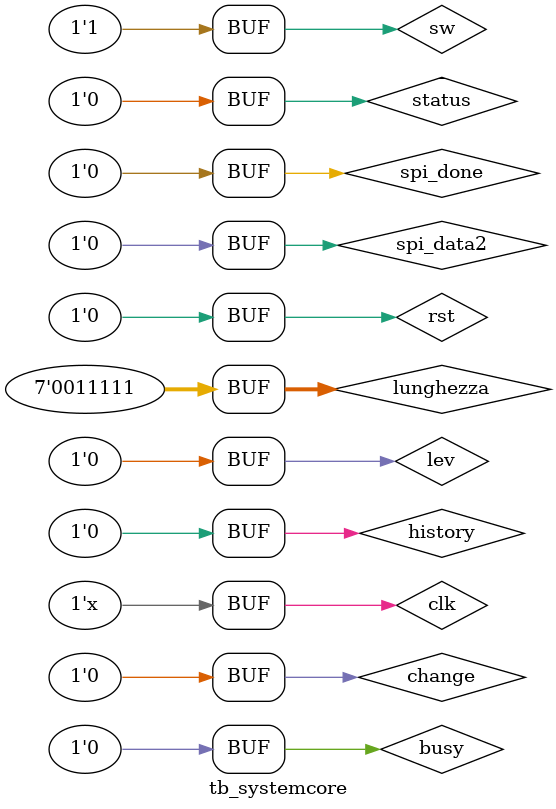
<source format=v>
`timescale 1ns / 1ps

module tb_systemcore;
parameter MAXLEV = 500, MAXB = 9, Nbit = 4, MAXD = 13, DATABITS =8;
parameter DATAB=8, DATAORE = 4, DATAL = 7, STAGE = 3, DATO = 2, DUMMY = 8, LEDB = 16;
parameter TT = 1, BITT= 1;

reg clk, rst;
reg history, change, status, lev , sw;
reg spi_data2;
reg spi_done, busy;
reg [DATAL-1:0] lunghezza;
//////////////////////////////////////
wire en_spi, cg,cf,ce,cd,cc,cb,ca, an3, an2, an1, an0,DV, transmit;
wire [2:0] data;
wire [LEDB-1:0] led;
wire [DATABITS-1:0] spi_data1;
wire [1:0] SS;
wire [MAXB-1:0] livello;
wire [DATAL-1:0] cntL;
wire [DATAORE-1:0]o_min, o_dmin, o_ore, o_dore;
wire[STAGE-1:0] stage;

System_Core #(MAXLEV,MAXB,Nbit,MAXD, DATABITS,DATAB, DATAORE,DATAL,STAGE,DATO,DUMMY, LEDB, TT, BITT) S1(
.clk(clk),.rst(rst),.busy(busy),.lunghezza(lunghezza),.change(change),.status(status),.history(history),.sw(sw),.spi_done(spi_done),.spi_data2(spi_data2),
.SS(SS),.DV(DV),.data(data),.en_spi(en_spi),.spi_data1(spi_data1),.led(led),.ca(ca),.cb(cb),.cc(cc),.cd(cd),.ce(ce),.cf(cf),.cg(cg),.an0(an0),.an1(an1),.an2(an2),.an3(an3),.livello(livello),
.transmit(transmit), .cntL(cntL),.o_min(o_min), .o_dmin(o_dmin), .o_ore(o_ore), .o_dore(o_dore),.stage(stage)); 


 always@(spi_data2)
 if(spi_data2)
 begin
 #50 spi_done = 1'b1;
 #35 spi_done = 1'b0;
 end
 else spi_done = 1'b0;

 always #5 clk=~clk;
 initial
 begin
 clk=1'b0;
 rst=1'b1;
 history = 1'b0;
 sw = 1'b0;
 status = 1'b0;
 lev = 1'b0;
 change = 1'b0;
 spi_data2 = 1'b0;
 spi_done = 1'b0;
 busy = 1'b0;
 lunghezza = 7'd0;
 #50 rst = 1'b0;
 #10 sw = 1'b1;
 #10 lunghezza = 7'd31;
 #10 busy = 1'b1;
 #30 busy = 1'b0;
 #10 lev = ~lev;
 #10 spi_data2 = 1'b1;
 #10 spi_data2 = 1'b0;
 #10 lev = ~lev; 
 #10 lev = ~lev; 
 #10 lev = ~lev; 
 #10 lev = ~lev; 
 #10 spi_data2 = 1'b1;
 #10 spi_data2 = 1'b0;
 #10 lev = ~lev; 
 #10 busy = 1'b1;
 #30 busy = 1'b0;
 #10 change = 1'b1;
 #10 change =1'b0;
 #10 busy = 1'b1;
 #30 busy = 1'b0;
 #10 history = 1'b1;
 #10 history = 1'b0;
 end
endmodule

</source>
